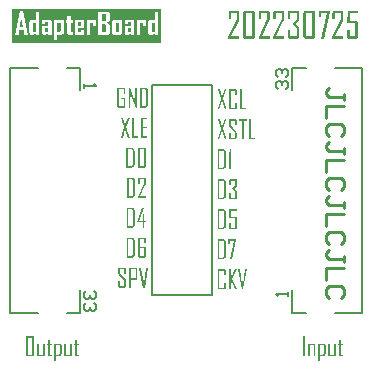
<source format=gto>
G04 EasyEDA Pro v1.9.29.eba1c1, 2023-06-16 22:45:11*
G04 Gerber Generator version 0.3*G04*
G04 #@! TF.GenerationSoftware,Altium Limited,Altium Designer,21.4.1 (30)*
G04*
G04 Layer_Color=65535*
%FSLAX25Y25*%
%MOIN*%
G70*
G04*
G04 #@! TF.SameCoordinates,70962A66-5B05-4BC0-AD96-6F7431C900D1*
G04*
G04*
G04 #@! TF.FilePolarity,Positive*
G04*
G01*
G75*
%ADD10C,0.00787*%
%ADD11C,0.00600*%
%ADD12C,0.01000*%
G36*
X171627Y165000D02*
X122000D01*
Y176546D01*
X171627D01*
Y165000D01*
D02*
G37*
G36*
X237182Y175133D02*
X234573D01*
X234477Y172379D01*
X236609D01*
X236666Y172370D01*
X236743Y172360D01*
X236819Y172332D01*
X236896Y172303D01*
X236982Y172255D01*
X237058Y172188D01*
X237068Y172179D01*
X237087Y172150D01*
X237125Y172112D01*
X237163Y172054D01*
X237192Y171987D01*
X237230Y171911D01*
X237249Y171815D01*
X237259Y171710D01*
Y167188D01*
Y167179D01*
Y167140D01*
X237249Y167083D01*
X237230Y167016D01*
X237211Y166930D01*
X237173Y166854D01*
X237125Y166768D01*
X237058Y166691D01*
X237049Y166682D01*
X237020Y166663D01*
X236982Y166634D01*
X236924Y166596D01*
X236858Y166557D01*
X236771Y166529D01*
X236666Y166510D01*
X236561Y166500D01*
X234276D01*
X234219Y166510D01*
X234152Y166529D01*
X234066Y166548D01*
X233990Y166577D01*
X233903Y166624D01*
X233827Y166691D01*
X233817Y166701D01*
X233798Y166729D01*
X233770Y166768D01*
X233731Y166825D01*
X233693Y166902D01*
X233664Y166978D01*
X233645Y167083D01*
X233636Y167188D01*
Y169530D01*
X234468D01*
Y167236D01*
X236427D01*
Y171643D01*
X233664D01*
X233770Y175869D01*
X237182D01*
Y175133D01*
D02*
G37*
G36*
X217068Y175859D02*
X217135Y175840D01*
X217212Y175821D01*
X217298Y175783D01*
X217374Y175735D01*
X217451Y175668D01*
X217460Y175659D01*
X217479Y175630D01*
X217518Y175592D01*
X217556Y175534D01*
X217584Y175467D01*
X217623Y175381D01*
X217642Y175276D01*
X217651Y175171D01*
Y172915D01*
Y172905D01*
Y172896D01*
X217642Y172838D01*
X217632Y172762D01*
X217604Y172657D01*
X217565Y172552D01*
X217498Y172427D01*
X217412Y172322D01*
X217298Y172217D01*
X216179Y171433D01*
X217307Y170649D01*
X217326Y170640D01*
X217365Y170601D01*
X217422Y170544D01*
X217489Y170467D01*
X217556Y170362D01*
X217613Y170238D01*
X217651Y170095D01*
X217671Y169932D01*
Y167188D01*
Y167179D01*
Y167140D01*
X217661Y167083D01*
X217642Y167016D01*
X217623Y166930D01*
X217584Y166854D01*
X217537Y166768D01*
X217470Y166691D01*
X217460Y166682D01*
X217432Y166663D01*
X217393Y166634D01*
X217336Y166596D01*
X217269Y166557D01*
X217183Y166529D01*
X217078Y166510D01*
X216973Y166500D01*
X214564D01*
X214506Y166510D01*
X214439Y166529D01*
X214353Y166548D01*
X214277Y166577D01*
X214191Y166624D01*
X214114Y166691D01*
X214105Y166701D01*
X214086Y166729D01*
X214057Y166768D01*
X214019Y166825D01*
X213980Y166902D01*
X213952Y166978D01*
X213933Y167083D01*
X213923Y167188D01*
Y169540D01*
X214755D01*
Y167236D01*
X216829D01*
Y170095D01*
X215175Y171337D01*
Y171519D01*
X216810Y172743D01*
Y175133D01*
X214764D01*
Y173029D01*
X213933D01*
Y175171D01*
Y175180D01*
Y175219D01*
X213942Y175276D01*
X213961Y175353D01*
X213980Y175429D01*
X214009Y175505D01*
X214057Y175592D01*
X214124Y175668D01*
X214133Y175678D01*
X214162Y175697D01*
X214200Y175735D01*
X214258Y175773D01*
X214334Y175802D01*
X214420Y175840D01*
X214516Y175859D01*
X214621Y175869D01*
X217011D01*
X217068Y175859D01*
D02*
G37*
G36*
X231762Y175859D02*
X231838Y175840D01*
X231915Y175821D01*
X231991Y175783D01*
X232078Y175735D01*
X232154Y175668D01*
X232164Y175659D01*
X232183Y175630D01*
X232221Y175592D01*
X232259Y175534D01*
X232288Y175467D01*
X232326Y175381D01*
X232345Y175276D01*
X232355Y175171D01*
Y173211D01*
Y173192D01*
Y173154D01*
X232345Y173077D01*
X232326Y172982D01*
X232297Y172857D01*
X232259Y172724D01*
X232202Y172561D01*
X232125Y172398D01*
X229640Y167236D01*
X232364D01*
Y166500D01*
X228636D01*
Y166940D01*
X231513Y172896D01*
Y175133D01*
X229601D01*
Y173020D01*
X228760D01*
Y175171D01*
Y175180D01*
Y175219D01*
X228770Y175276D01*
X228789Y175353D01*
X228808Y175429D01*
X228837Y175505D01*
X228884Y175592D01*
X228951Y175668D01*
X228961Y175678D01*
X228990Y175697D01*
X229028Y175735D01*
X229085Y175773D01*
X229162Y175802D01*
X229238Y175840D01*
X229343Y175859D01*
X229449Y175869D01*
X231705D01*
X231762Y175859D01*
D02*
G37*
G36*
X227814Y175850D02*
Y175802D01*
Y175725D01*
Y175649D01*
Y175573D01*
Y175496D01*
Y175448D01*
Y175439D01*
Y175429D01*
X225806Y166500D01*
X224984D01*
X226934Y175133D01*
X224936D01*
Y173756D01*
X224104D01*
Y175869D01*
X227814D01*
Y175850D01*
D02*
G37*
G36*
X222326Y175859D02*
X222393Y175840D01*
X222470Y175821D01*
X222556Y175783D01*
X222642Y175735D01*
X222718Y175668D01*
X222728Y175659D01*
X222747Y175630D01*
X222785Y175592D01*
X222823Y175534D01*
X222852Y175467D01*
X222890Y175381D01*
X222909Y175276D01*
X222919Y175171D01*
Y167188D01*
Y167179D01*
Y167140D01*
X222909Y167083D01*
X222890Y167016D01*
X222871Y166930D01*
X222833Y166854D01*
X222785Y166768D01*
X222718Y166691D01*
X222709Y166682D01*
X222680Y166663D01*
X222642Y166634D01*
X222584Y166596D01*
X222508Y166557D01*
X222422Y166529D01*
X222326Y166510D01*
X222221Y166500D01*
X219736D01*
X219678Y166510D01*
X219611Y166529D01*
X219525Y166548D01*
X219449Y166577D01*
X219363Y166624D01*
X219286Y166691D01*
X219277Y166701D01*
X219257Y166729D01*
X219229Y166768D01*
X219191Y166825D01*
X219152Y166902D01*
X219124Y166978D01*
X219105Y167083D01*
X219095Y167188D01*
Y175171D01*
Y175180D01*
Y175219D01*
X219105Y175276D01*
X219124Y175353D01*
X219143Y175429D01*
X219172Y175505D01*
X219219Y175592D01*
X219286Y175668D01*
X219296Y175678D01*
X219324Y175697D01*
X219363Y175735D01*
X219420Y175773D01*
X219496Y175802D01*
X219573Y175840D01*
X219678Y175859D01*
X219783Y175869D01*
X222269D01*
X222326Y175859D01*
D02*
G37*
G36*
X212030D02*
X212107Y175840D01*
X212183Y175821D01*
X212260Y175783D01*
X212346Y175735D01*
X212422Y175668D01*
X212432Y175659D01*
X212451Y175630D01*
X212489Y175592D01*
X212527Y175534D01*
X212556Y175467D01*
X212594Y175381D01*
X212613Y175276D01*
X212623Y175171D01*
Y173211D01*
Y173192D01*
Y173154D01*
X212613Y173077D01*
X212594Y172982D01*
X212565Y172857D01*
X212527Y172724D01*
X212470Y172561D01*
X212393Y172398D01*
X209908Y167236D01*
X212632D01*
Y166500D01*
X208904D01*
Y166940D01*
X211782Y172896D01*
Y175133D01*
X209870D01*
Y173020D01*
X209028D01*
Y175171D01*
Y175180D01*
Y175219D01*
X209038Y175276D01*
X209057Y175353D01*
X209076Y175429D01*
X209105Y175505D01*
X209153Y175592D01*
X209220Y175668D01*
X209229Y175678D01*
X209258Y175697D01*
X209296Y175735D01*
X209353Y175773D01*
X209430Y175802D01*
X209506Y175840D01*
X209612Y175859D01*
X209717Y175869D01*
X211973D01*
X212030Y175859D01*
D02*
G37*
G36*
X207241D02*
X207317Y175840D01*
X207394Y175821D01*
X207470Y175783D01*
X207556Y175735D01*
X207633Y175668D01*
X207642Y175659D01*
X207661Y175630D01*
X207699Y175592D01*
X207738Y175534D01*
X207766Y175467D01*
X207805Y175381D01*
X207824Y175276D01*
X207833Y175171D01*
Y173211D01*
Y173192D01*
Y173154D01*
X207824Y173077D01*
X207805Y172982D01*
X207776Y172857D01*
X207738Y172724D01*
X207680Y172561D01*
X207604Y172398D01*
X205118Y167236D01*
X207843D01*
Y166500D01*
X204115D01*
Y166940D01*
X206992Y172896D01*
Y175133D01*
X205080D01*
Y173020D01*
X204239D01*
Y175171D01*
Y175180D01*
Y175219D01*
X204248Y175276D01*
X204267Y175353D01*
X204287Y175429D01*
X204315Y175505D01*
X204363Y175592D01*
X204430Y175668D01*
X204439Y175678D01*
X204468Y175697D01*
X204506Y175735D01*
X204564Y175773D01*
X204640Y175802D01*
X204717Y175840D01*
X204822Y175859D01*
X204927Y175869D01*
X207183D01*
X207241Y175859D01*
D02*
G37*
G36*
X202250D02*
X202317Y175840D01*
X202394Y175821D01*
X202480Y175783D01*
X202566Y175735D01*
X202642Y175668D01*
X202652Y175659D01*
X202671Y175630D01*
X202709Y175592D01*
X202747Y175534D01*
X202776Y175467D01*
X202814Y175381D01*
X202833Y175276D01*
X202843Y175171D01*
Y167188D01*
Y167179D01*
Y167140D01*
X202833Y167083D01*
X202814Y167016D01*
X202795Y166930D01*
X202757Y166854D01*
X202709Y166768D01*
X202642Y166691D01*
X202633Y166682D01*
X202604Y166663D01*
X202566Y166634D01*
X202508Y166596D01*
X202432Y166557D01*
X202346Y166529D01*
X202250Y166510D01*
X202145Y166500D01*
X199660D01*
X199602Y166510D01*
X199535Y166529D01*
X199449Y166548D01*
X199373Y166577D01*
X199287Y166624D01*
X199210Y166691D01*
X199201Y166701D01*
X199181Y166729D01*
X199153Y166768D01*
X199115Y166825D01*
X199076Y166902D01*
X199048Y166978D01*
X199029Y167083D01*
X199019Y167188D01*
Y175171D01*
Y175180D01*
Y175219D01*
X199029Y175276D01*
X199048Y175353D01*
X199067Y175429D01*
X199095Y175505D01*
X199143Y175592D01*
X199210Y175668D01*
X199220Y175678D01*
X199248Y175697D01*
X199287Y175735D01*
X199344Y175773D01*
X199420Y175802D01*
X199497Y175840D01*
X199602Y175859D01*
X199707Y175869D01*
X202193D01*
X202250Y175859D01*
D02*
G37*
G36*
X197126D02*
X197203Y175840D01*
X197279Y175821D01*
X197356Y175783D01*
X197442Y175735D01*
X197518Y175668D01*
X197528Y175659D01*
X197547Y175630D01*
X197585Y175592D01*
X197623Y175534D01*
X197652Y175467D01*
X197690Y175381D01*
X197709Y175276D01*
X197719Y175171D01*
Y173211D01*
Y173192D01*
Y173154D01*
X197709Y173077D01*
X197690Y172982D01*
X197661Y172857D01*
X197623Y172724D01*
X197566Y172561D01*
X197489Y172398D01*
X195004Y167236D01*
X197728D01*
Y166500D01*
X194000D01*
Y166940D01*
X196878Y172896D01*
Y175133D01*
X194966D01*
Y173020D01*
X194124D01*
Y175171D01*
Y175180D01*
Y175219D01*
X194134Y175276D01*
X194153Y175353D01*
X194172Y175429D01*
X194201Y175505D01*
X194249Y175592D01*
X194316Y175668D01*
X194325Y175678D01*
X194354Y175697D01*
X194392Y175735D01*
X194449Y175773D01*
X194526Y175802D01*
X194602Y175840D01*
X194707Y175859D01*
X194813Y175869D01*
X197069D01*
X197126Y175859D01*
D02*
G37*
G36*
X138020Y64857D02*
X138104Y64837D01*
X138201Y64802D01*
X138242Y64774D01*
X138291Y64739D01*
X138333Y64698D01*
X138374Y64649D01*
X138402Y64594D01*
X138430Y64524D01*
X138444Y64448D01*
X138451Y64358D01*
Y61512D01*
Y61505D01*
Y61498D01*
Y61478D01*
X138444Y61450D01*
X138437Y61374D01*
X138416Y61283D01*
X138388Y61179D01*
X138340Y61068D01*
X138277Y60964D01*
X138187Y60860D01*
X138173Y60846D01*
X138138Y60818D01*
X138083Y60777D01*
X138014Y60735D01*
X137916Y60686D01*
X137812Y60645D01*
X137687Y60617D01*
X137548Y60603D01*
X136598D01*
Y59000D01*
X136022D01*
Y64837D01*
X136598D01*
Y64712D01*
X136612D01*
X136653Y64719D01*
X136723Y64732D01*
X136806Y64739D01*
X136910Y64753D01*
X137021Y64767D01*
X137146Y64788D01*
X137271Y64802D01*
X137292D01*
X137312Y64809D01*
X137340D01*
X137417Y64823D01*
X137514Y64837D01*
X137625Y64843D01*
X137736Y64857D01*
X137847Y64864D01*
X137993D01*
X138020Y64857D01*
D02*
G37*
G36*
X141803Y60603D02*
X141234D01*
Y60721D01*
X141220D01*
X141199Y60714D01*
X141178D01*
X141109Y60700D01*
X141018Y60693D01*
X140921Y60680D01*
X140803Y60659D01*
X140678Y60645D01*
X140553Y60624D01*
X140533D01*
X140512Y60617D01*
X140484D01*
X140415Y60610D01*
X140317Y60603D01*
X140213Y60589D01*
X140102Y60582D01*
X139984Y60575D01*
X139859D01*
X139832Y60582D01*
X139804D01*
X139721Y60603D01*
X139630Y60638D01*
X139582Y60666D01*
X139540Y60700D01*
X139499Y60742D01*
X139457Y60790D01*
X139429Y60846D01*
X139401Y60915D01*
X139388Y60992D01*
X139381Y61075D01*
Y64837D01*
X139950D01*
Y61117D01*
X141234Y61158D01*
Y64837D01*
X141803D01*
Y60603D01*
D02*
G37*
G36*
X132815D02*
X132246D01*
Y60721D01*
X132232D01*
X132212Y60714D01*
X132191D01*
X132121Y60700D01*
X132031Y60693D01*
X131934Y60680D01*
X131816Y60659D01*
X131691Y60645D01*
X131566Y60624D01*
X131545D01*
X131525Y60617D01*
X131497D01*
X131427Y60610D01*
X131330Y60603D01*
X131226Y60589D01*
X131115Y60582D01*
X130997Y60575D01*
X130872D01*
X130844Y60582D01*
X130817D01*
X130733Y60603D01*
X130643Y60638D01*
X130595Y60666D01*
X130553Y60700D01*
X130511Y60742D01*
X130470Y60790D01*
X130442Y60846D01*
X130414Y60915D01*
X130400Y60992D01*
X130393Y61075D01*
Y64837D01*
X130962D01*
Y61117D01*
X132246Y61158D01*
Y64837D01*
X132815D01*
Y60603D01*
D02*
G37*
G36*
X143531Y64837D02*
X144273D01*
Y64330D01*
X143531D01*
Y61110D01*
X144273D01*
Y60603D01*
X143440D01*
X143413Y60610D01*
X143385D01*
X143302Y60631D01*
X143211Y60666D01*
X143163Y60693D01*
X143121Y60728D01*
X143080Y60763D01*
X143038Y60811D01*
X143010Y60874D01*
X142982Y60936D01*
X142969Y61013D01*
X142962Y61103D01*
Y64330D01*
X142455D01*
Y64837D01*
X142962D01*
Y66155D01*
X143531D01*
Y64837D01*
D02*
G37*
G36*
X134544D02*
X135286D01*
Y64330D01*
X134544D01*
Y61110D01*
X135286D01*
Y60603D01*
X134453D01*
X134425Y60610D01*
X134398D01*
X134314Y60631D01*
X134224Y60666D01*
X134176Y60693D01*
X134134Y60728D01*
X134092Y60763D01*
X134051Y60811D01*
X134023Y60874D01*
X133995Y60936D01*
X133981Y61013D01*
X133974Y61103D01*
Y64330D01*
X133468D01*
Y64837D01*
X133974D01*
Y66155D01*
X134544D01*
Y64837D01*
D02*
G37*
G36*
X128943Y67397D02*
X128998Y67383D01*
X129054Y67370D01*
X129109Y67342D01*
X129172Y67307D01*
X129227Y67259D01*
X129234Y67252D01*
X129248Y67231D01*
X129276Y67203D01*
X129304Y67161D01*
X129325Y67113D01*
X129352Y67050D01*
X129366Y66974D01*
X129373Y66898D01*
Y61103D01*
Y61096D01*
Y61068D01*
X129366Y61027D01*
X129352Y60978D01*
X129339Y60915D01*
X129311Y60860D01*
X129276Y60798D01*
X129227Y60742D01*
X129220Y60735D01*
X129200Y60721D01*
X129172Y60700D01*
X129130Y60672D01*
X129082Y60645D01*
X129019Y60624D01*
X128943Y60610D01*
X128867Y60603D01*
X126965D01*
X126923Y60610D01*
X126875Y60624D01*
X126812Y60638D01*
X126757Y60659D01*
X126694Y60693D01*
X126639Y60742D01*
X126632Y60749D01*
X126618Y60770D01*
X126597Y60798D01*
X126569Y60839D01*
X126542Y60895D01*
X126521Y60950D01*
X126507Y61027D01*
X126500Y61103D01*
Y66898D01*
Y66905D01*
Y66932D01*
X126507Y66974D01*
X126521Y67030D01*
X126535Y67085D01*
X126556Y67141D01*
X126590Y67203D01*
X126639Y67259D01*
X126646Y67265D01*
X126667Y67279D01*
X126694Y67307D01*
X126736Y67335D01*
X126792Y67356D01*
X126847Y67383D01*
X126923Y67397D01*
X127000Y67404D01*
X128901D01*
X128943Y67397D01*
D02*
G37*
G36*
X226037Y64857D02*
X226120Y64837D01*
X226218Y64802D01*
X226259Y64774D01*
X226308Y64739D01*
X226349Y64698D01*
X226391Y64649D01*
X226419Y64594D01*
X226447Y64524D01*
X226461Y64448D01*
X226467Y64358D01*
Y61512D01*
Y61505D01*
Y61498D01*
Y61478D01*
X226461Y61450D01*
X226454Y61374D01*
X226433Y61283D01*
X226405Y61179D01*
X226356Y61068D01*
X226294Y60964D01*
X226204Y60860D01*
X226190Y60846D01*
X226155Y60818D01*
X226100Y60777D01*
X226030Y60735D01*
X225933Y60686D01*
X225829Y60645D01*
X225704Y60617D01*
X225565Y60603D01*
X224615D01*
Y59000D01*
X224038D01*
Y64837D01*
X224615D01*
Y64712D01*
X224628D01*
X224670Y64719D01*
X224739Y64732D01*
X224823Y64739D01*
X224927Y64753D01*
X225038Y64767D01*
X225163Y64788D01*
X225288Y64802D01*
X225308D01*
X225329Y64809D01*
X225357D01*
X225433Y64823D01*
X225531Y64837D01*
X225642Y64843D01*
X225753Y64857D01*
X225864Y64864D01*
X226009D01*
X226037Y64857D01*
D02*
G37*
G36*
X222692D02*
X222768Y64837D01*
X222859Y64802D01*
X222907Y64774D01*
X222949Y64739D01*
X222990Y64698D01*
X223025Y64649D01*
X223060Y64594D01*
X223081Y64524D01*
X223095Y64448D01*
X223101Y64358D01*
Y60603D01*
X222526D01*
Y64323D01*
X221249Y64274D01*
Y60603D01*
X220672D01*
Y64837D01*
X221249D01*
Y64712D01*
X221262D01*
X221304Y64719D01*
X221374Y64732D01*
X221457Y64739D01*
X221561Y64760D01*
X221679Y64774D01*
X221797Y64788D01*
X221929Y64809D01*
X221950D01*
X221970Y64816D01*
X221998D01*
X222074Y64830D01*
X222172Y64837D01*
X222283Y64850D01*
X222394Y64857D01*
X222512Y64864D01*
X222657D01*
X222692Y64857D01*
D02*
G37*
G36*
X229819Y60603D02*
X229250D01*
Y60721D01*
X229237D01*
X229216Y60714D01*
X229195D01*
X229125Y60700D01*
X229035Y60693D01*
X228938Y60680D01*
X228820Y60659D01*
X228695Y60645D01*
X228570Y60624D01*
X228549D01*
X228529Y60617D01*
X228501D01*
X228432Y60610D01*
X228334Y60603D01*
X228230Y60589D01*
X228119Y60582D01*
X228001Y60575D01*
X227876D01*
X227849Y60582D01*
X227821D01*
X227737Y60603D01*
X227647Y60638D01*
X227599Y60666D01*
X227557Y60700D01*
X227515Y60742D01*
X227474Y60790D01*
X227446Y60846D01*
X227418Y60915D01*
X227404Y60992D01*
X227397Y61075D01*
Y64837D01*
X227966D01*
Y61117D01*
X229250Y61158D01*
Y64837D01*
X229819D01*
Y60603D01*
D02*
G37*
G36*
X231547Y64837D02*
X232290D01*
Y64330D01*
X231547D01*
Y61110D01*
X232290D01*
Y60603D01*
X231457D01*
X231430Y60610D01*
X231402D01*
X231318Y60631D01*
X231228Y60666D01*
X231180Y60693D01*
X231138Y60728D01*
X231096Y60763D01*
X231055Y60811D01*
X231027Y60874D01*
X230999Y60936D01*
X230985Y61013D01*
X230978Y61103D01*
Y64330D01*
X230472D01*
Y64837D01*
X230978D01*
Y66155D01*
X231547D01*
Y64837D01*
D02*
G37*
G36*
X219604Y60603D02*
X219000D01*
Y67404D01*
X219604D01*
Y60603D01*
D02*
G37*
G36*
X192761Y89707D02*
X192808Y89693D01*
X192863Y89680D01*
X192925Y89652D01*
X192986Y89618D01*
X193041Y89570D01*
X193048Y89564D01*
X193061Y89543D01*
X193089Y89516D01*
X193116Y89475D01*
X193136Y89427D01*
X193164Y89366D01*
X193177Y89290D01*
X193184Y89215D01*
Y87678D01*
X192583D01*
Y89188D01*
X191094D01*
Y83546D01*
X192583D01*
Y85192D01*
X193184D01*
Y83512D01*
Y83505D01*
Y83478D01*
X193177Y83437D01*
X193164Y83389D01*
X193150Y83328D01*
X193123Y83273D01*
X193089Y83212D01*
X193041Y83157D01*
X193034Y83150D01*
X193013Y83137D01*
X192986Y83116D01*
X192945Y83089D01*
X192891Y83061D01*
X192829Y83041D01*
X192761Y83027D01*
X192686Y83021D01*
X190958D01*
X190917Y83027D01*
X190869Y83041D01*
X190807Y83055D01*
X190753Y83075D01*
X190691Y83109D01*
X190637Y83157D01*
X190630Y83164D01*
X190616Y83184D01*
X190596Y83212D01*
X190568Y83253D01*
X190541Y83307D01*
X190521Y83362D01*
X190507Y83437D01*
X190500Y83512D01*
Y89215D01*
Y89222D01*
Y89249D01*
X190507Y89290D01*
X190521Y89345D01*
X190534Y89400D01*
X190555Y89454D01*
X190589Y89516D01*
X190637Y89570D01*
X190643Y89577D01*
X190664Y89591D01*
X190691Y89618D01*
X190732Y89646D01*
X190787Y89666D01*
X190841Y89693D01*
X190917Y89707D01*
X190992Y89714D01*
X192720D01*
X192761Y89707D01*
D02*
G37*
G36*
X196866Y89673D02*
X195349Y86483D01*
X197016Y83021D01*
X196360D01*
X194817Y86231D01*
Y83021D01*
X194222D01*
Y89714D01*
X194817D01*
Y86702D01*
X196217Y89714D01*
X196866D01*
Y89673D01*
D02*
G37*
G36*
X199051Y83000D02*
X198491D01*
X197330Y89714D01*
X197917D01*
X198751Y84373D01*
Y84366D01*
Y84352D01*
Y84318D01*
X198758Y84270D01*
Y84236D01*
Y84188D01*
X198764Y84141D01*
Y84086D01*
X198771Y84018D01*
Y83970D01*
X198778Y84004D01*
Y84052D01*
X198785Y84113D01*
X198792Y84182D01*
X198799Y84270D01*
X198805Y84373D01*
X199638Y89714D01*
X200212D01*
X199051Y83000D01*
D02*
G37*
G36*
X196729Y99680D02*
Y99646D01*
Y99591D01*
Y99536D01*
Y99482D01*
Y99427D01*
Y99393D01*
Y99386D01*
Y99379D01*
X195295Y93000D01*
X194707D01*
X196101Y99168D01*
X194673D01*
Y98184D01*
X194079D01*
Y99693D01*
X196729D01*
Y99680D01*
D02*
G37*
G36*
X192119Y99687D02*
X192166D01*
X192214Y99673D01*
X192337Y99652D01*
X192481Y99611D01*
X192624Y99550D01*
X192699Y99509D01*
X192774Y99468D01*
X192843Y99413D01*
X192911Y99352D01*
X192918Y99345D01*
X192925Y99338D01*
X192945Y99318D01*
X192966Y99290D01*
X192993Y99256D01*
X193020Y99215D01*
X193089Y99113D01*
X193150Y98990D01*
X193205Y98840D01*
X193246Y98669D01*
X193253Y98573D01*
X193259Y98478D01*
Y94209D01*
Y94202D01*
Y94188D01*
Y94161D01*
X193253Y94120D01*
X193246Y94072D01*
X193239Y94024D01*
X193218Y93902D01*
X193170Y93765D01*
X193109Y93615D01*
X193068Y93540D01*
X193020Y93471D01*
X192966Y93403D01*
X192904Y93335D01*
X192897Y93328D01*
X192891Y93321D01*
X192870Y93307D01*
X192843Y93280D01*
X192808Y93260D01*
X192768Y93232D01*
X192665Y93171D01*
X192535Y93109D01*
X192392Y93055D01*
X192221Y93014D01*
X192125Y93007D01*
X192030Y93000D01*
X190500D01*
Y99693D01*
X192085D01*
X192119Y99687D01*
D02*
G37*
G36*
X196825Y109168D02*
X194960D01*
X194892Y107201D01*
X196415D01*
X196456Y107194D01*
X196510Y107187D01*
X196565Y107166D01*
X196620Y107146D01*
X196681Y107112D01*
X196736Y107064D01*
X196743Y107057D01*
X196756Y107036D01*
X196784Y107009D01*
X196811Y106968D01*
X196831Y106920D01*
X196859Y106866D01*
X196872Y106798D01*
X196879Y106722D01*
Y103492D01*
Y103485D01*
Y103458D01*
X196872Y103417D01*
X196859Y103369D01*
X196845Y103307D01*
X196818Y103253D01*
X196784Y103191D01*
X196736Y103137D01*
X196729Y103130D01*
X196709Y103116D01*
X196681Y103096D01*
X196640Y103068D01*
X196592Y103041D01*
X196531Y103021D01*
X196456Y103007D01*
X196381Y103000D01*
X194748D01*
X194707Y103007D01*
X194659Y103021D01*
X194598Y103034D01*
X194543Y103055D01*
X194482Y103089D01*
X194427Y103137D01*
X194420Y103143D01*
X194407Y103164D01*
X194386Y103191D01*
X194359Y103232D01*
X194332Y103287D01*
X194311Y103341D01*
X194298Y103417D01*
X194291Y103492D01*
Y105165D01*
X194885D01*
Y103526D01*
X196285D01*
Y106675D01*
X194311D01*
X194386Y109693D01*
X196825D01*
Y109168D01*
D02*
G37*
G36*
X192119Y109687D02*
X192166D01*
X192214Y109673D01*
X192337Y109652D01*
X192481Y109611D01*
X192624Y109550D01*
X192699Y109509D01*
X192774Y109468D01*
X192843Y109413D01*
X192911Y109352D01*
X192918Y109345D01*
X192925Y109338D01*
X192945Y109318D01*
X192966Y109290D01*
X192993Y109256D01*
X193020Y109215D01*
X193089Y109113D01*
X193150Y108990D01*
X193205Y108840D01*
X193246Y108669D01*
X193253Y108573D01*
X193259Y108478D01*
Y104209D01*
Y104202D01*
Y104188D01*
Y104161D01*
X193253Y104120D01*
X193246Y104072D01*
X193239Y104025D01*
X193218Y103902D01*
X193170Y103765D01*
X193109Y103615D01*
X193068Y103540D01*
X193020Y103471D01*
X192966Y103403D01*
X192904Y103335D01*
X192897Y103328D01*
X192891Y103321D01*
X192870Y103307D01*
X192843Y103280D01*
X192808Y103260D01*
X192768Y103232D01*
X192665Y103171D01*
X192535Y103109D01*
X192392Y103055D01*
X192221Y103014D01*
X192125Y103007D01*
X192030Y103000D01*
X190500D01*
Y109693D01*
X192085D01*
X192119Y109687D01*
D02*
G37*
G36*
X196551Y119687D02*
X196599Y119673D01*
X196654Y119659D01*
X196715Y119632D01*
X196770Y119598D01*
X196825Y119550D01*
X196831Y119543D01*
X196845Y119523D01*
X196872Y119495D01*
X196900Y119454D01*
X196920Y119406D01*
X196948Y119345D01*
X196961Y119270D01*
X196968Y119195D01*
Y117583D01*
Y117576D01*
Y117569D01*
X196961Y117528D01*
X196954Y117474D01*
X196934Y117399D01*
X196906Y117323D01*
X196859Y117235D01*
X196797Y117159D01*
X196715Y117084D01*
X195916Y116524D01*
X196722Y115964D01*
X196736Y115957D01*
X196763Y115930D01*
X196804Y115889D01*
X196852Y115834D01*
X196900Y115759D01*
X196941Y115671D01*
X196968Y115568D01*
X196982Y115452D01*
Y113492D01*
Y113485D01*
Y113458D01*
X196975Y113417D01*
X196961Y113369D01*
X196948Y113307D01*
X196920Y113253D01*
X196886Y113191D01*
X196838Y113137D01*
X196831Y113130D01*
X196811Y113116D01*
X196784Y113096D01*
X196743Y113068D01*
X196695Y113041D01*
X196633Y113021D01*
X196558Y113007D01*
X196483Y113000D01*
X194762D01*
X194721Y113007D01*
X194673Y113021D01*
X194612Y113034D01*
X194557Y113055D01*
X194496Y113089D01*
X194441Y113137D01*
X194434Y113143D01*
X194420Y113164D01*
X194400Y113191D01*
X194373Y113232D01*
X194345Y113287D01*
X194325Y113341D01*
X194311Y113417D01*
X194304Y113492D01*
Y115172D01*
X194898D01*
Y113526D01*
X196381D01*
Y115568D01*
X195199Y116456D01*
Y116586D01*
X196367Y117460D01*
Y119167D01*
X194905D01*
Y117665D01*
X194311D01*
Y119195D01*
Y119202D01*
Y119229D01*
X194318Y119270D01*
X194332Y119325D01*
X194345Y119379D01*
X194366Y119434D01*
X194400Y119495D01*
X194448Y119550D01*
X194455Y119557D01*
X194475Y119571D01*
X194502Y119598D01*
X194543Y119625D01*
X194598Y119646D01*
X194659Y119673D01*
X194728Y119687D01*
X194803Y119693D01*
X196510D01*
X196551Y119687D01*
D02*
G37*
G36*
X192119D02*
X192166D01*
X192214Y119673D01*
X192337Y119652D01*
X192481Y119611D01*
X192624Y119550D01*
X192699Y119509D01*
X192774Y119468D01*
X192843Y119413D01*
X192911Y119352D01*
X192918Y119345D01*
X192925Y119338D01*
X192945Y119318D01*
X192966Y119290D01*
X192993Y119256D01*
X193020Y119215D01*
X193089Y119113D01*
X193150Y118990D01*
X193205Y118840D01*
X193246Y118669D01*
X193253Y118573D01*
X193259Y118478D01*
Y114209D01*
Y114202D01*
Y114188D01*
Y114161D01*
X193253Y114120D01*
X193246Y114072D01*
X193239Y114024D01*
X193218Y113902D01*
X193170Y113765D01*
X193109Y113615D01*
X193068Y113540D01*
X193020Y113471D01*
X192966Y113403D01*
X192904Y113335D01*
X192897Y113328D01*
X192891Y113321D01*
X192870Y113307D01*
X192843Y113280D01*
X192808Y113259D01*
X192768Y113232D01*
X192665Y113171D01*
X192535Y113109D01*
X192392Y113055D01*
X192221Y113014D01*
X192125Y113007D01*
X192030Y113000D01*
X190500D01*
Y119693D01*
X192085D01*
X192119Y119687D01*
D02*
G37*
G36*
X194974Y123000D02*
X194373D01*
Y127644D01*
X194113D01*
Y127665D01*
X194489Y129693D01*
X194974D01*
Y123000D01*
D02*
G37*
G36*
X192119Y129687D02*
X192166D01*
X192214Y129673D01*
X192337Y129652D01*
X192481Y129611D01*
X192624Y129550D01*
X192699Y129509D01*
X192774Y129468D01*
X192843Y129413D01*
X192911Y129352D01*
X192918Y129345D01*
X192925Y129338D01*
X192945Y129318D01*
X192966Y129290D01*
X192993Y129256D01*
X193020Y129215D01*
X193089Y129113D01*
X193150Y128990D01*
X193205Y128840D01*
X193246Y128669D01*
X193253Y128573D01*
X193259Y128478D01*
Y124209D01*
Y124202D01*
Y124188D01*
Y124161D01*
X193253Y124120D01*
X193246Y124072D01*
X193239Y124024D01*
X193218Y123902D01*
X193170Y123765D01*
X193109Y123615D01*
X193068Y123540D01*
X193020Y123471D01*
X192966Y123403D01*
X192904Y123335D01*
X192897Y123328D01*
X192891Y123321D01*
X192870Y123307D01*
X192843Y123280D01*
X192808Y123259D01*
X192768Y123232D01*
X192665Y123171D01*
X192535Y123109D01*
X192392Y123055D01*
X192221Y123014D01*
X192125Y123007D01*
X192030Y123000D01*
X190500D01*
Y129693D01*
X192085D01*
X192119Y129687D01*
D02*
G37*
G36*
X196401Y139687D02*
X196456Y139673D01*
X196510Y139659D01*
X196565Y139632D01*
X196626Y139598D01*
X196681Y139550D01*
X196688Y139543D01*
X196702Y139523D01*
X196729Y139495D01*
X196756Y139454D01*
X196777Y139407D01*
X196804Y139345D01*
X196818Y139270D01*
X196825Y139195D01*
Y137665D01*
X196230D01*
Y139167D01*
X194782D01*
Y137754D01*
X196640Y135520D01*
X196647Y135513D01*
X196668Y135479D01*
X196702Y135432D01*
X196736Y135377D01*
X196763Y135302D01*
X196797Y135213D01*
X196818Y135124D01*
X196825Y135022D01*
Y133492D01*
Y133485D01*
Y133458D01*
X196818Y133417D01*
X196804Y133369D01*
X196790Y133307D01*
X196763Y133253D01*
X196729Y133191D01*
X196681Y133137D01*
X196674Y133130D01*
X196654Y133116D01*
X196626Y133096D01*
X196586Y133068D01*
X196538Y133041D01*
X196476Y133020D01*
X196401Y133007D01*
X196326Y133000D01*
X194646D01*
X194605Y133007D01*
X194557Y133020D01*
X194496Y133034D01*
X194441Y133055D01*
X194379Y133089D01*
X194325Y133137D01*
X194318Y133143D01*
X194304Y133164D01*
X194284Y133191D01*
X194256Y133232D01*
X194229Y133287D01*
X194209Y133342D01*
X194195Y133417D01*
X194188Y133492D01*
Y135172D01*
X194782D01*
Y133526D01*
X196230D01*
Y135117D01*
X194379Y137351D01*
X194373Y137364D01*
X194352Y137392D01*
X194318Y137440D01*
X194284Y137501D01*
X194250Y137576D01*
X194216Y137665D01*
X194195Y137760D01*
X194188Y137863D01*
Y139195D01*
Y139202D01*
Y139229D01*
X194195Y139270D01*
X194209Y139325D01*
X194222Y139379D01*
X194243Y139434D01*
X194277Y139495D01*
X194325Y139550D01*
X194332Y139557D01*
X194352Y139570D01*
X194379Y139598D01*
X194420Y139625D01*
X194475Y139646D01*
X194530Y139673D01*
X194605Y139687D01*
X194680Y139693D01*
X196360D01*
X196401Y139687D01*
D02*
G37*
G36*
X193430D02*
Y139673D01*
Y139659D01*
Y139652D01*
X192317Y136456D01*
X192324Y136449D01*
X192330Y136415D01*
X192344Y136374D01*
X192371Y136306D01*
X192392Y136231D01*
X192426Y136142D01*
X192460Y136032D01*
X192501Y135916D01*
X192549Y135793D01*
X192590Y135657D01*
X192645Y135513D01*
X192692Y135363D01*
X192802Y135056D01*
X192911Y134735D01*
X193020Y134414D01*
X193130Y134100D01*
X193177Y133949D01*
X193225Y133806D01*
X193273Y133669D01*
X193314Y133546D01*
X193355Y133430D01*
X193389Y133321D01*
X193423Y133232D01*
X193451Y133150D01*
X193471Y133089D01*
X193485Y133041D01*
X193498Y133014D01*
Y133000D01*
X192884D01*
X191989Y135746D01*
X191094Y133000D01*
X190500D01*
Y133007D01*
Y133014D01*
Y133027D01*
Y133034D01*
X191695Y136422D01*
Y136429D01*
X191682Y136456D01*
X191668Y136504D01*
X191647Y136558D01*
X191620Y136634D01*
X191593Y136722D01*
X191559Y136818D01*
X191518Y136927D01*
X191477Y137050D01*
X191436Y137180D01*
X191388Y137310D01*
X191340Y137453D01*
X191238Y137747D01*
X191128Y138047D01*
X191026Y138355D01*
X190924Y138648D01*
X190876Y138792D01*
X190828Y138928D01*
X190780Y139051D01*
X190739Y139174D01*
X190705Y139284D01*
X190671Y139386D01*
X190643Y139475D01*
X190616Y139550D01*
X190596Y139605D01*
X190582Y139652D01*
X190568Y139680D01*
Y139693D01*
X191190D01*
X191996Y137153D01*
X192836Y139693D01*
X193430D01*
Y139687D01*
D02*
G37*
G36*
X201469Y133526D02*
X203013D01*
Y133000D01*
X200875D01*
Y139693D01*
X201469D01*
Y133526D01*
D02*
G37*
G36*
X200178Y139167D02*
X199140D01*
Y133000D01*
X198546D01*
Y139167D01*
X197501D01*
Y139693D01*
X200178D01*
Y139167D01*
D02*
G37*
G36*
X196469Y149687D02*
X196517Y149673D01*
X196572Y149659D01*
X196633Y149632D01*
X196695Y149598D01*
X196749Y149550D01*
X196756Y149543D01*
X196770Y149523D01*
X196797Y149495D01*
X196825Y149454D01*
X196845Y149407D01*
X196872Y149345D01*
X196886Y149270D01*
X196893Y149195D01*
Y147658D01*
X196292D01*
Y149168D01*
X194803D01*
Y143526D01*
X196292D01*
Y145172D01*
X196893D01*
Y143492D01*
Y143485D01*
Y143458D01*
X196886Y143417D01*
X196872Y143369D01*
X196859Y143307D01*
X196831Y143253D01*
X196797Y143191D01*
X196749Y143137D01*
X196743Y143130D01*
X196722Y143116D01*
X196695Y143096D01*
X196654Y143068D01*
X196599Y143041D01*
X196538Y143020D01*
X196469Y143007D01*
X196394Y143000D01*
X194666D01*
X194625Y143007D01*
X194578Y143020D01*
X194516Y143034D01*
X194461Y143055D01*
X194400Y143089D01*
X194345Y143137D01*
X194339Y143143D01*
X194325Y143164D01*
X194304Y143191D01*
X194277Y143232D01*
X194250Y143287D01*
X194229Y143342D01*
X194216Y143417D01*
X194209Y143492D01*
Y149195D01*
Y149202D01*
Y149229D01*
X194216Y149270D01*
X194229Y149325D01*
X194243Y149379D01*
X194263Y149434D01*
X194298Y149495D01*
X194345Y149550D01*
X194352Y149557D01*
X194373Y149571D01*
X194400Y149598D01*
X194441Y149625D01*
X194496Y149646D01*
X194550Y149673D01*
X194625Y149687D01*
X194701Y149693D01*
X196428D01*
X196469Y149687D01*
D02*
G37*
G36*
X193430D02*
Y149673D01*
Y149659D01*
Y149652D01*
X192317Y146456D01*
X192324Y146449D01*
X192330Y146415D01*
X192344Y146374D01*
X192371Y146306D01*
X192392Y146231D01*
X192426Y146142D01*
X192460Y146033D01*
X192501Y145916D01*
X192549Y145793D01*
X192590Y145657D01*
X192645Y145513D01*
X192692Y145363D01*
X192802Y145056D01*
X192911Y144735D01*
X193020Y144414D01*
X193130Y144100D01*
X193177Y143949D01*
X193225Y143806D01*
X193273Y143669D01*
X193314Y143546D01*
X193355Y143430D01*
X193389Y143321D01*
X193423Y143232D01*
X193451Y143150D01*
X193471Y143089D01*
X193485Y143041D01*
X193498Y143014D01*
Y143000D01*
X192884D01*
X191989Y145746D01*
X191094Y143000D01*
X190500D01*
Y143007D01*
Y143014D01*
Y143027D01*
Y143034D01*
X191695Y146422D01*
Y146429D01*
X191682Y146456D01*
X191668Y146504D01*
X191647Y146558D01*
X191620Y146634D01*
X191593Y146722D01*
X191559Y146818D01*
X191518Y146927D01*
X191477Y147050D01*
X191436Y147180D01*
X191388Y147310D01*
X191340Y147453D01*
X191238Y147747D01*
X191128Y148047D01*
X191026Y148355D01*
X190924Y148648D01*
X190876Y148792D01*
X190828Y148928D01*
X190780Y149051D01*
X190739Y149174D01*
X190705Y149284D01*
X190671Y149386D01*
X190643Y149475D01*
X190616Y149550D01*
X190596Y149605D01*
X190582Y149652D01*
X190568Y149680D01*
Y149693D01*
X191190D01*
X191996Y147153D01*
X192836Y149693D01*
X193430D01*
Y149687D01*
D02*
G37*
G36*
X198525Y143526D02*
X200069D01*
Y143000D01*
X197931D01*
Y149693D01*
X198525D01*
Y143526D01*
D02*
G37*
G36*
X159590Y90207D02*
X159644Y90193D01*
X159699Y90180D01*
X159754Y90152D01*
X159815Y90118D01*
X159870Y90070D01*
X159877Y90064D01*
X159890Y90043D01*
X159917Y90016D01*
X159945Y89975D01*
X159965Y89927D01*
X159993Y89866D01*
X160006Y89790D01*
X160013Y89715D01*
Y88185D01*
X159419D01*
Y89688D01*
X157971D01*
Y88274D01*
X159829Y86041D01*
X159836Y86034D01*
X159856Y86000D01*
X159890Y85952D01*
X159924Y85897D01*
X159952Y85822D01*
X159986Y85733D01*
X160006Y85645D01*
X160013Y85542D01*
Y84012D01*
Y84005D01*
Y83978D01*
X160006Y83937D01*
X159993Y83889D01*
X159979Y83828D01*
X159952Y83773D01*
X159917Y83712D01*
X159870Y83657D01*
X159863Y83650D01*
X159842Y83637D01*
X159815Y83616D01*
X159774Y83589D01*
X159726Y83561D01*
X159665Y83541D01*
X159590Y83527D01*
X159514Y83521D01*
X157834D01*
X157793Y83527D01*
X157746Y83541D01*
X157684Y83555D01*
X157629Y83575D01*
X157568Y83609D01*
X157513Y83657D01*
X157507Y83664D01*
X157493Y83684D01*
X157472Y83712D01*
X157445Y83753D01*
X157418Y83807D01*
X157397Y83862D01*
X157384Y83937D01*
X157377Y84012D01*
Y85692D01*
X157971D01*
Y84046D01*
X159419D01*
Y85638D01*
X157568Y87871D01*
X157561Y87885D01*
X157541Y87912D01*
X157507Y87960D01*
X157472Y88021D01*
X157438Y88097D01*
X157404Y88185D01*
X157384Y88281D01*
X157377Y88384D01*
Y89715D01*
Y89722D01*
Y89749D01*
X157384Y89790D01*
X157397Y89845D01*
X157411Y89900D01*
X157431Y89954D01*
X157466Y90016D01*
X157513Y90070D01*
X157520Y90077D01*
X157541Y90091D01*
X157568Y90118D01*
X157609Y90146D01*
X157664Y90166D01*
X157718Y90193D01*
X157793Y90207D01*
X157869Y90214D01*
X159549D01*
X159590Y90207D01*
D02*
G37*
G36*
X166105Y83500D02*
X165545D01*
X164384Y90214D01*
X164972D01*
X165805Y84873D01*
Y84866D01*
Y84852D01*
Y84818D01*
X165812Y84770D01*
Y84736D01*
Y84688D01*
X165819Y84641D01*
Y84586D01*
X165825Y84518D01*
Y84470D01*
X165832Y84504D01*
Y84552D01*
X165839Y84613D01*
X165846Y84682D01*
X165853Y84770D01*
X165860Y84873D01*
X166693Y90214D01*
X167267D01*
X166105Y83500D01*
D02*
G37*
G36*
X163285Y90207D02*
X163339Y90193D01*
X163394Y90180D01*
X163449Y90152D01*
X163510Y90118D01*
X163565Y90070D01*
X163572Y90064D01*
X163585Y90043D01*
X163612Y90016D01*
X163640Y89975D01*
X163660Y89927D01*
X163688Y89866D01*
X163701Y89790D01*
X163708Y89715D01*
Y86669D01*
Y86662D01*
Y86635D01*
X163701Y86594D01*
X163688Y86546D01*
X163674Y86485D01*
X163647Y86430D01*
X163612Y86369D01*
X163565Y86314D01*
X163558Y86307D01*
X163537Y86294D01*
X163510Y86273D01*
X163469Y86246D01*
X163421Y86218D01*
X163360Y86198D01*
X163285Y86184D01*
X163210Y86177D01*
X161652D01*
Y83521D01*
X161058D01*
Y90214D01*
X163244D01*
X163285Y90207D01*
D02*
G37*
G36*
X166133Y100187D02*
X166188Y100173D01*
X166243Y100159D01*
X166297Y100132D01*
X166359Y100098D01*
X166414Y100050D01*
X166420Y100043D01*
X166434Y100023D01*
X166461Y99995D01*
X166489Y99954D01*
X166509Y99906D01*
X166536Y99845D01*
X166550Y99770D01*
X166557Y99695D01*
Y98240D01*
X165963D01*
Y99668D01*
X164522D01*
Y97188D01*
X166113D01*
X166154Y97181D01*
X166209Y97168D01*
X166263Y97154D01*
X166318Y97127D01*
X166379Y97093D01*
X166434Y97045D01*
X166441Y97038D01*
X166455Y97017D01*
X166482Y96990D01*
X166509Y96949D01*
X166530Y96901D01*
X166557Y96840D01*
X166571Y96765D01*
X166577Y96690D01*
Y93992D01*
Y93985D01*
Y93958D01*
X166571Y93917D01*
X166557Y93869D01*
X166543Y93807D01*
X166516Y93753D01*
X166482Y93691D01*
X166434Y93637D01*
X166427Y93630D01*
X166407Y93616D01*
X166379Y93596D01*
X166338Y93568D01*
X166291Y93541D01*
X166229Y93520D01*
X166154Y93507D01*
X166079Y93500D01*
X164385D01*
X164344Y93507D01*
X164296Y93520D01*
X164235Y93534D01*
X164180Y93555D01*
X164119Y93589D01*
X164064Y93637D01*
X164057Y93643D01*
X164043Y93664D01*
X164023Y93691D01*
X163996Y93732D01*
X163968Y93787D01*
X163948Y93841D01*
X163934Y93917D01*
X163927Y93992D01*
Y99695D01*
Y99702D01*
Y99729D01*
X163934Y99770D01*
X163948Y99825D01*
X163962Y99879D01*
X163982Y99934D01*
X164016Y99995D01*
X164064Y100050D01*
X164071Y100057D01*
X164091Y100071D01*
X164119Y100098D01*
X164160Y100125D01*
X164214Y100146D01*
X164269Y100173D01*
X164344Y100187D01*
X164419Y100193D01*
X166093D01*
X166133Y100187D01*
D02*
G37*
G36*
X161742D02*
X161790D01*
X161837Y100173D01*
X161960Y100152D01*
X162104Y100111D01*
X162247Y100050D01*
X162322Y100009D01*
X162398Y99968D01*
X162466Y99913D01*
X162534Y99852D01*
X162541Y99845D01*
X162548Y99838D01*
X162568Y99818D01*
X162589Y99790D01*
X162616Y99756D01*
X162643Y99715D01*
X162712Y99613D01*
X162773Y99490D01*
X162828Y99340D01*
X162869Y99169D01*
X162876Y99073D01*
X162882Y98978D01*
Y94709D01*
Y94702D01*
Y94688D01*
Y94661D01*
X162876Y94620D01*
X162869Y94572D01*
X162862Y94525D01*
X162841Y94402D01*
X162794Y94265D01*
X162732Y94115D01*
X162691Y94040D01*
X162643Y93971D01*
X162589Y93903D01*
X162527Y93835D01*
X162521Y93828D01*
X162514Y93821D01*
X162493Y93807D01*
X162466Y93780D01*
X162432Y93760D01*
X162391Y93732D01*
X162288Y93671D01*
X162159Y93609D01*
X162015Y93555D01*
X161844Y93514D01*
X161749Y93507D01*
X161653Y93500D01*
X160123D01*
Y100193D01*
X161708D01*
X161742Y100187D01*
D02*
G37*
G36*
X165785Y110187D02*
Y110180D01*
Y110173D01*
Y110166D01*
X164242Y105747D01*
X165498D01*
Y108178D01*
X166058D01*
Y105747D01*
X166571D01*
Y105242D01*
X166058D01*
Y103500D01*
X165498D01*
Y105242D01*
X163606D01*
Y105542D01*
X165225Y110193D01*
X165785D01*
Y110187D01*
D02*
G37*
G36*
X161769D02*
X161817D01*
X161865Y110173D01*
X161988Y110152D01*
X162131Y110111D01*
X162275Y110050D01*
X162350Y110009D01*
X162425Y109968D01*
X162493Y109913D01*
X162561Y109852D01*
X162568Y109845D01*
X162575Y109838D01*
X162596Y109818D01*
X162616Y109790D01*
X162643Y109756D01*
X162671Y109715D01*
X162739Y109613D01*
X162801Y109490D01*
X162855Y109340D01*
X162896Y109169D01*
X162903Y109073D01*
X162910Y108978D01*
Y104709D01*
Y104702D01*
Y104688D01*
Y104661D01*
X162903Y104620D01*
X162896Y104572D01*
X162889Y104525D01*
X162869Y104402D01*
X162821Y104265D01*
X162759Y104115D01*
X162718Y104040D01*
X162671Y103971D01*
X162616Y103903D01*
X162555Y103835D01*
X162548Y103828D01*
X162541Y103821D01*
X162520Y103807D01*
X162493Y103780D01*
X162459Y103760D01*
X162418Y103732D01*
X162315Y103671D01*
X162186Y103609D01*
X162042Y103555D01*
X161872Y103514D01*
X161776Y103507D01*
X161680Y103500D01*
X160150D01*
Y110193D01*
X161735D01*
X161769Y110187D01*
D02*
G37*
G36*
X166117Y120187D02*
X166172Y120173D01*
X166226Y120159D01*
X166281Y120132D01*
X166342Y120098D01*
X166397Y120050D01*
X166404Y120043D01*
X166418Y120023D01*
X166445Y119995D01*
X166472Y119954D01*
X166493Y119906D01*
X166520Y119845D01*
X166534Y119770D01*
X166541Y119695D01*
Y118295D01*
Y118281D01*
Y118254D01*
X166534Y118199D01*
X166520Y118131D01*
X166499Y118042D01*
X166472Y117946D01*
X166431Y117830D01*
X166377Y117714D01*
X164601Y114026D01*
X166547D01*
Y113500D01*
X163884D01*
Y113814D01*
X165939Y118069D01*
Y119667D01*
X164574D01*
Y118158D01*
X163972D01*
Y119695D01*
Y119702D01*
Y119729D01*
X163979Y119770D01*
X163993Y119825D01*
X164007Y119879D01*
X164027Y119934D01*
X164061Y119995D01*
X164109Y120050D01*
X164116Y120057D01*
X164136Y120071D01*
X164164Y120098D01*
X164205Y120125D01*
X164259Y120146D01*
X164314Y120173D01*
X164389Y120187D01*
X164464Y120193D01*
X166076D01*
X166117Y120187D01*
D02*
G37*
G36*
X161862D02*
X161910D01*
X161958Y120173D01*
X162081Y120152D01*
X162224Y120111D01*
X162367Y120050D01*
X162443Y120009D01*
X162518Y119968D01*
X162586Y119913D01*
X162654Y119852D01*
X162661Y119845D01*
X162668Y119838D01*
X162688Y119818D01*
X162709Y119790D01*
X162736Y119756D01*
X162764Y119715D01*
X162832Y119613D01*
X162893Y119490D01*
X162948Y119340D01*
X162989Y119169D01*
X162996Y119073D01*
X163003Y118978D01*
Y114709D01*
Y114702D01*
Y114688D01*
Y114661D01*
X162996Y114620D01*
X162989Y114572D01*
X162982Y114524D01*
X162962Y114402D01*
X162914Y114265D01*
X162852Y114115D01*
X162811Y114040D01*
X162764Y113971D01*
X162709Y113903D01*
X162647Y113835D01*
X162641Y113828D01*
X162634Y113821D01*
X162613Y113807D01*
X162586Y113780D01*
X162552Y113760D01*
X162511Y113732D01*
X162408Y113671D01*
X162279Y113609D01*
X162135Y113555D01*
X161964Y113514D01*
X161869Y113507D01*
X161773Y113500D01*
X160243D01*
Y120193D01*
X161828D01*
X161862Y120187D01*
D02*
G37*
G36*
X166171Y130187D02*
X166218Y130173D01*
X166273Y130159D01*
X166334Y130132D01*
X166396Y130098D01*
X166451Y130050D01*
X166457Y130043D01*
X166471Y130023D01*
X166498Y129995D01*
X166526Y129954D01*
X166546Y129906D01*
X166573Y129845D01*
X166587Y129770D01*
X166594Y129695D01*
Y123992D01*
Y123985D01*
Y123958D01*
X166587Y123917D01*
X166573Y123869D01*
X166560Y123807D01*
X166532Y123753D01*
X166498Y123691D01*
X166451Y123637D01*
X166444Y123630D01*
X166423Y123616D01*
X166396Y123596D01*
X166355Y123568D01*
X166300Y123541D01*
X166239Y123521D01*
X166171Y123507D01*
X166095Y123500D01*
X164320D01*
X164278Y123507D01*
X164231Y123521D01*
X164169Y123534D01*
X164115Y123555D01*
X164053Y123589D01*
X163998Y123637D01*
X163992Y123643D01*
X163978Y123664D01*
X163958Y123691D01*
X163930Y123732D01*
X163903Y123787D01*
X163882Y123842D01*
X163869Y123917D01*
X163862Y123992D01*
Y129695D01*
Y129702D01*
Y129729D01*
X163869Y129770D01*
X163882Y129825D01*
X163896Y129879D01*
X163917Y129934D01*
X163951Y129995D01*
X163998Y130050D01*
X164005Y130057D01*
X164026Y130070D01*
X164053Y130098D01*
X164094Y130125D01*
X164149Y130146D01*
X164203Y130173D01*
X164278Y130187D01*
X164354Y130193D01*
X166130D01*
X166171Y130187D01*
D02*
G37*
G36*
X161676D02*
X161724D01*
X161772Y130173D01*
X161895Y130152D01*
X162038Y130111D01*
X162182Y130050D01*
X162257Y130009D01*
X162332Y129968D01*
X162400Y129913D01*
X162469Y129852D01*
X162475Y129845D01*
X162482Y129838D01*
X162503Y129818D01*
X162523Y129790D01*
X162550Y129756D01*
X162578Y129715D01*
X162646Y129613D01*
X162708Y129490D01*
X162762Y129340D01*
X162803Y129169D01*
X162810Y129073D01*
X162817Y128978D01*
Y124709D01*
Y124702D01*
Y124688D01*
Y124661D01*
X162810Y124620D01*
X162803Y124572D01*
X162796Y124524D01*
X162776Y124402D01*
X162728Y124265D01*
X162667Y124115D01*
X162626Y124040D01*
X162578Y123971D01*
X162523Y123903D01*
X162462Y123835D01*
X162455Y123828D01*
X162448Y123821D01*
X162428Y123807D01*
X162400Y123780D01*
X162366Y123759D01*
X162325Y123732D01*
X162223Y123671D01*
X162093Y123609D01*
X161950Y123555D01*
X161779Y123514D01*
X161683Y123507D01*
X161588Y123500D01*
X160058D01*
Y130193D01*
X161642D01*
X161676Y130187D01*
D02*
G37*
G36*
X161137Y140187D02*
Y140173D01*
Y140159D01*
Y140152D01*
X160023Y136956D01*
X160030Y136949D01*
X160037Y136915D01*
X160051Y136874D01*
X160078Y136806D01*
X160099Y136731D01*
X160133Y136642D01*
X160167Y136532D01*
X160208Y136416D01*
X160256Y136293D01*
X160297Y136157D01*
X160351Y136013D01*
X160399Y135863D01*
X160508Y135556D01*
X160618Y135235D01*
X160727Y134914D01*
X160836Y134600D01*
X160884Y134449D01*
X160932Y134306D01*
X160980Y134169D01*
X161021Y134046D01*
X161062Y133930D01*
X161096Y133821D01*
X161130Y133732D01*
X161157Y133650D01*
X161178Y133589D01*
X161191Y133541D01*
X161205Y133514D01*
Y133500D01*
X160590D01*
X159696Y136246D01*
X158801Y133500D01*
X158207D01*
Y133507D01*
Y133514D01*
Y133527D01*
Y133534D01*
X159402Y136922D01*
Y136929D01*
X159388Y136956D01*
X159375Y137004D01*
X159354Y137058D01*
X159327Y137134D01*
X159300Y137222D01*
X159265Y137318D01*
X159224Y137427D01*
X159183Y137550D01*
X159142Y137680D01*
X159095Y137810D01*
X159047Y137953D01*
X158944Y138247D01*
X158835Y138547D01*
X158733Y138855D01*
X158630Y139148D01*
X158582Y139292D01*
X158535Y139428D01*
X158487Y139551D01*
X158446Y139674D01*
X158412Y139784D01*
X158377Y139886D01*
X158350Y139975D01*
X158323Y140050D01*
X158302Y140105D01*
X158289Y140152D01*
X158275Y140180D01*
Y140193D01*
X158897D01*
X159702Y137653D01*
X160543Y140193D01*
X161137D01*
Y140187D01*
D02*
G37*
G36*
X167031Y139667D02*
X165460D01*
Y137168D01*
X166894D01*
Y136635D01*
X165460D01*
Y134026D01*
X167058D01*
Y133500D01*
X164866D01*
Y140193D01*
X167031D01*
Y139667D01*
D02*
G37*
G36*
X162510Y134026D02*
X164053D01*
Y133500D01*
X161915D01*
Y140193D01*
X162510D01*
Y134026D01*
D02*
G37*
G36*
X159288Y150187D02*
X159343Y150173D01*
X159397Y150159D01*
X159452Y150132D01*
X159513Y150098D01*
X159568Y150050D01*
X159575Y150043D01*
X159589Y150023D01*
X159616Y149995D01*
X159643Y149954D01*
X159664Y149907D01*
X159691Y149845D01*
X159705Y149770D01*
X159712Y149695D01*
Y148165D01*
X159110D01*
Y149668D01*
X157594D01*
Y144026D01*
X159110D01*
Y146341D01*
X158393D01*
Y146853D01*
X159712D01*
Y143992D01*
Y143985D01*
Y143958D01*
X159705Y143917D01*
X159691Y143869D01*
X159677Y143807D01*
X159650Y143753D01*
X159616Y143691D01*
X159568Y143637D01*
X159561Y143630D01*
X159541Y143616D01*
X159513Y143596D01*
X159473Y143568D01*
X159425Y143541D01*
X159363Y143520D01*
X159288Y143507D01*
X159213Y143500D01*
X157458D01*
X157417Y143507D01*
X157369Y143520D01*
X157307Y143534D01*
X157253Y143555D01*
X157191Y143589D01*
X157137Y143637D01*
X157130Y143643D01*
X157116Y143664D01*
X157096Y143691D01*
X157068Y143732D01*
X157041Y143787D01*
X157020Y143842D01*
X157007Y143917D01*
X157000Y143992D01*
Y149695D01*
Y149702D01*
Y149729D01*
X157007Y149770D01*
X157020Y149825D01*
X157034Y149879D01*
X157055Y149934D01*
X157089Y149995D01*
X157137Y150050D01*
X157143Y150057D01*
X157164Y150071D01*
X157191Y150098D01*
X157232Y150125D01*
X157287Y150146D01*
X157342Y150173D01*
X157417Y150187D01*
X157492Y150193D01*
X159247D01*
X159288Y150187D01*
D02*
G37*
G36*
X163530Y143500D02*
X163113D01*
X161330Y148418D01*
Y143500D01*
X160770D01*
Y150193D01*
X161214D01*
X162969Y145351D01*
Y150193D01*
X163530D01*
Y143500D01*
D02*
G37*
G36*
X166220Y150187D02*
X166268D01*
X166316Y150173D01*
X166439Y150152D01*
X166583Y150111D01*
X166726Y150050D01*
X166801Y150009D01*
X166876Y149968D01*
X166945Y149913D01*
X167013Y149852D01*
X167020Y149845D01*
X167026Y149838D01*
X167047Y149818D01*
X167067Y149790D01*
X167095Y149756D01*
X167122Y149715D01*
X167190Y149613D01*
X167252Y149490D01*
X167306Y149340D01*
X167348Y149169D01*
X167354Y149073D01*
X167361Y148978D01*
Y144709D01*
Y144702D01*
Y144688D01*
Y144661D01*
X167354Y144620D01*
X167348Y144572D01*
X167341Y144525D01*
X167320Y144402D01*
X167272Y144265D01*
X167211Y144115D01*
X167170Y144040D01*
X167122Y143971D01*
X167067Y143903D01*
X167006Y143835D01*
X166999Y143828D01*
X166992Y143821D01*
X166972Y143807D01*
X166945Y143780D01*
X166910Y143760D01*
X166869Y143732D01*
X166767Y143671D01*
X166637Y143609D01*
X166494Y143555D01*
X166323Y143514D01*
X166227Y143507D01*
X166132Y143500D01*
X164602D01*
Y150193D01*
X166186D01*
X166220Y150187D01*
D02*
G37*
%LPC*%
G36*
X170643Y175554D02*
X167313D01*
X169511D01*
Y172807D01*
X169404D01*
X169273Y172815D01*
X169019D01*
X168937Y172823D01*
X168707D01*
X168478Y172815D01*
X168281Y172807D01*
X168117Y172790D01*
X167986Y172766D01*
X167879Y172741D01*
X167805Y172725D01*
X167764Y172716D01*
X167748Y172708D01*
X167674Y172684D01*
X167609Y172651D01*
X167543Y172610D01*
X167494Y172569D01*
X167420Y172487D01*
X167371Y172405D01*
X167338Y172331D01*
X167322Y172266D01*
X167313Y172224D01*
Y168707D01*
X167322Y168551D01*
X167338Y168420D01*
X167363Y168297D01*
X167395Y168207D01*
X167420Y168124D01*
X167445Y168075D01*
X167461Y168034D01*
X167469Y168026D01*
X167535Y167944D01*
X167609Y167887D01*
X167682Y167838D01*
X167756Y167813D01*
X167822Y167797D01*
X167871Y167788D01*
X167904Y167780D01*
X167970D01*
X168035Y167788D01*
X168133Y167797D01*
X168240Y167813D01*
X168363Y167829D01*
X168502Y167846D01*
X168781Y167887D01*
X168921Y167903D01*
X169052Y167920D01*
X169175Y167936D01*
X169290Y167952D01*
X169380Y167969D01*
X169454Y167977D01*
X169495Y167985D01*
X169511D01*
Y167813D01*
X170643D01*
Y167780D01*
D01*
D01*
Y175554D01*
D02*
G37*
G36*
X131094Y175554D02*
X129962D01*
Y172807D01*
X129856D01*
X129725Y172815D01*
X129471D01*
X129388Y172823D01*
X129159D01*
X128929Y172815D01*
X128732Y172807D01*
X128568Y172790D01*
X128437Y172766D01*
X128331Y172741D01*
X128257Y172725D01*
X128216Y172716D01*
X128200Y172708D01*
X128126Y172684D01*
X128060Y172651D01*
X127995Y172610D01*
X127945Y172569D01*
X127872Y172487D01*
X127822Y172405D01*
X127789Y172331D01*
X127773Y172266D01*
X127765Y172224D01*
Y167780D01*
X131094D01*
Y175554D01*
D02*
G37*
G36*
X139269Y172823D02*
X135932D01*
X138540D01*
X138408Y172807D01*
X138277Y172799D01*
X138146Y172782D01*
X138031Y172766D01*
X137941Y172757D01*
X137908Y172749D01*
X137884Y172741D01*
X137859D01*
X137711Y172716D01*
X137564Y172692D01*
X137433Y172676D01*
X137310Y172659D01*
X137211Y172643D01*
X137129Y172626D01*
X137080Y172618D01*
X137064D01*
Y172807D01*
X135932D01*
Y165984D01*
X137064D01*
Y167813D01*
X137301D01*
X137359Y167805D01*
X137548D01*
X137629Y167797D01*
X137867D01*
X138097Y167805D01*
X138294Y167821D01*
X138458Y167854D01*
X138589Y167887D01*
X138696Y167911D01*
X138769Y167944D01*
X138810Y167960D01*
X138827Y167969D01*
X138900Y168018D01*
X138974Y168075D01*
X139032Y168133D01*
X139081Y168206D01*
X139155Y168346D01*
X139212Y168485D01*
X139245Y168616D01*
X139253Y168674D01*
X139261Y168723D01*
X139269Y168764D01*
Y167797D01*
Y172823D01*
D02*
G37*
G36*
X166092Y172823D02*
X165952D01*
X165837Y172807D01*
X165715Y172799D01*
X165608Y172782D01*
X165509Y172766D01*
X165436Y172757D01*
X165378Y172741D01*
X165362D01*
X165231Y172716D01*
X165108Y172692D01*
X164985Y172667D01*
X164878Y172651D01*
X164796Y172634D01*
X164722Y172618D01*
X164681Y172610D01*
X164665D01*
Y172807D01*
X163533D01*
Y167813D01*
X166682D01*
Y172216D01*
Y172208D01*
X166674Y172315D01*
X166657Y172413D01*
X166625Y172487D01*
X166584Y172561D01*
X166534Y172618D01*
X166485Y172667D01*
X166428Y172708D01*
X166370Y172741D01*
X166256Y172790D01*
X166165Y172815D01*
X166124D01*
X166092Y172823D01*
D02*
G37*
G36*
X150052Y172823D02*
X146904D01*
X149323D01*
X149208Y172807D01*
X149085Y172799D01*
X148978Y172782D01*
X148880Y172766D01*
X148806Y172757D01*
X148749Y172741D01*
X148732D01*
X148601Y172716D01*
X148478Y172692D01*
X148355Y172667D01*
X148249Y172651D01*
X148167Y172634D01*
X148093Y172618D01*
X148052Y172610D01*
X148035D01*
Y172807D01*
X146904D01*
Y167813D01*
X150052D01*
X148035D01*
Y171831D01*
X148929Y171855D01*
Y170724D01*
X150052D01*
Y172208D01*
X150044Y172315D01*
X150028Y172413D01*
X149995Y172487D01*
X149954Y172561D01*
X149905Y172618D01*
X149856Y172667D01*
X149798Y172708D01*
X149741Y172741D01*
X149626Y172790D01*
X149536Y172815D01*
X149495D01*
X149462Y172823D01*
X150052D01*
D02*
G37*
G36*
X158695Y172799D02*
D01*
Y172192D01*
X158687Y172298D01*
X158671Y172389D01*
X158638Y172470D01*
X158597Y172544D01*
X158548Y172602D01*
X158499Y172651D01*
X158441Y172692D01*
X158384Y172725D01*
X158269Y172766D01*
X158179Y172790D01*
X158138Y172799D01*
X156006D01*
X155899Y172790D01*
X155809Y172774D01*
X155727Y172741D01*
X155653Y172700D01*
X155596Y172659D01*
X155546Y172610D01*
X155505Y172553D01*
X155473Y172495D01*
X155432Y172380D01*
X155407Y172290D01*
Y172249D01*
X155399Y172216D01*
Y168420D01*
X155407Y168313D01*
X155423Y168223D01*
X155456Y168141D01*
X155497Y168067D01*
X155538Y168010D01*
X155587Y167961D01*
X155645Y167920D01*
X155702Y167887D01*
X155817Y167846D01*
X155907Y167821D01*
X155948D01*
X155981Y167813D01*
X155399D01*
D01*
X158695D01*
Y172799D01*
D02*
G37*
G36*
X135128Y172807D02*
D01*
Y172192D01*
X135120Y172298D01*
X135104Y172397D01*
X135071Y172470D01*
X135030Y172544D01*
X134981Y172602D01*
X134932Y172651D01*
X134874Y172692D01*
X134817Y172725D01*
X134702Y172774D01*
X134612Y172799D01*
X134571D01*
X134538Y172807D01*
X132496D01*
X132398Y172799D01*
X132316Y172782D01*
X132242Y172749D01*
X132176Y172708D01*
X132127Y172659D01*
X132078Y172610D01*
X132012Y172495D01*
X131980Y172380D01*
X131955Y172290D01*
X131947Y172249D01*
Y172216D01*
Y172200D01*
Y172192D01*
Y171265D01*
X132972D01*
Y171962D01*
X134054D01*
Y170822D01*
X132439D01*
X132341Y170814D01*
X132258Y170798D01*
X132185Y170765D01*
X132119Y170724D01*
X132070Y170675D01*
X132021Y170625D01*
X131955Y170511D01*
X131922Y170396D01*
X131898Y170306D01*
X131889Y170265D01*
Y168403D01*
X131898Y168297D01*
X131914Y168206D01*
X131939Y168124D01*
X131972Y168059D01*
X132012Y168001D01*
X132062Y167952D01*
X132103Y167911D01*
X132160Y167878D01*
X132250Y167829D01*
X132341Y167805D01*
X132373D01*
X132398Y167797D01*
X131889D01*
D01*
X135128D01*
Y172807D01*
D02*
G37*
G36*
X122984Y170347D02*
Y170306D01*
D01*
Y170347D01*
D02*
G37*
G36*
Y170043D02*
Y169477D01*
D01*
Y170043D01*
D02*
G37*
G36*
Y168977D02*
Y168912D01*
D01*
Y168977D01*
D02*
G37*
G36*
Y168313D02*
D01*
D01*
D01*
D02*
G37*
G36*
Y167960D02*
D01*
D01*
D01*
D02*
G37*
G36*
Y167920D02*
D01*
D01*
D01*
D02*
G37*
G36*
X153939Y175554D02*
X150758D01*
Y167813D01*
X154554D01*
Y170806D01*
X154546Y170954D01*
X154513Y171077D01*
X154472Y171191D01*
X154423Y171282D01*
X154366Y171355D01*
X154325Y171405D01*
X154292Y171437D01*
X154284Y171446D01*
X154276Y171454D01*
X154251Y171478D01*
X154210Y171495D01*
X154169Y171528D01*
X154070Y171593D01*
X153956Y171659D01*
X153841Y171732D01*
X153751Y171790D01*
X153710Y171815D01*
X153677Y171831D01*
X153660Y171847D01*
X153652D01*
X153751Y171913D01*
X153841Y171962D01*
X153923Y172011D01*
X153988Y172061D01*
X154046Y172093D01*
X154095Y172126D01*
X154136Y172151D01*
X154169Y172175D01*
X154218Y172200D01*
X154243Y172224D01*
X154259Y172233D01*
X154341Y172323D01*
X154407Y172421D01*
X154448Y172528D01*
X154480Y172626D01*
X154497Y172708D01*
X154513Y172782D01*
Y172831D01*
Y172839D01*
Y172848D01*
Y174939D01*
X154505Y175045D01*
X154489Y175144D01*
X154456Y175217D01*
X154415Y175291D01*
X154374Y175349D01*
X154316Y175398D01*
X154267Y175439D01*
X154210Y175472D01*
X154103Y175521D01*
X154005Y175546D01*
X153972D01*
X153939Y175554D01*
D02*
G37*
G36*
X145493Y172807D02*
X143460D01*
X143353Y172799D01*
X143263Y172782D01*
X143181Y172749D01*
X143107Y172708D01*
X143050Y172659D01*
X143000Y172610D01*
X142959Y172552D01*
X142927Y172495D01*
X142886Y172380D01*
X142861Y172290D01*
Y172249D01*
X142853Y172216D01*
Y168420D01*
X142861Y168313D01*
X142877Y168223D01*
X142910Y168141D01*
X142951Y168067D01*
X142992Y168010D01*
X143042Y167960D01*
X143099Y167920D01*
X143156Y167887D01*
X143271Y167846D01*
X143361Y167821D01*
X143402D01*
X143435Y167813D01*
X142853D01*
D01*
X146084D01*
Y172192D01*
X146075Y172298D01*
X146059Y172397D01*
X146026Y172470D01*
X145985Y172544D01*
X145936Y172602D01*
X145887Y172651D01*
X145829Y172692D01*
X145772Y172725D01*
X145657Y172774D01*
X145567Y172799D01*
X145526D01*
X145493Y172807D01*
D02*
G37*
G36*
X141475Y174160D02*
X140344D01*
Y172807D01*
X139811D01*
Y171839D01*
X140344D01*
Y168420D01*
X140352Y168313D01*
X140368Y168223D01*
X140401Y168141D01*
X140442Y168067D01*
X140483Y168010D01*
X140532Y167960D01*
X140590Y167920D01*
X140647Y167887D01*
X140762Y167846D01*
X140852Y167821D01*
X140893D01*
X140926Y167813D01*
X139811D01*
X142230D01*
Y168780D01*
X141475D01*
Y171839D01*
X142197D01*
Y172807D01*
X141475D01*
Y174160D01*
D02*
G37*
G36*
X125698Y175562D02*
X124485D01*
X122984Y167829D01*
Y167813D01*
X127191D01*
X125698Y175562D01*
D02*
G37*
G36*
X162139Y172807D02*
X159491D01*
X160098D01*
X159999Y172799D01*
X159917Y172782D01*
X159843Y172749D01*
X159778Y172708D01*
X159728Y172659D01*
X159679Y172610D01*
X159614Y172495D01*
X159581Y172380D01*
X159556Y172290D01*
X159548Y172249D01*
Y172216D01*
Y172200D01*
Y172192D01*
Y171265D01*
X160573D01*
Y171962D01*
X161655D01*
Y170822D01*
X160040D01*
X159942Y170814D01*
X159860Y170798D01*
X159786Y170765D01*
X159720Y170724D01*
X159671Y170675D01*
X159622Y170625D01*
X159556Y170511D01*
X159523Y170396D01*
X159499Y170306D01*
X159491Y170265D01*
Y168403D01*
X159499Y168297D01*
X159515Y168207D01*
X159540Y168124D01*
X159573Y168059D01*
X159614Y168001D01*
X159663Y167952D01*
X159704Y167911D01*
X159761Y167878D01*
X159851Y167829D01*
X159942Y167805D01*
X159975D01*
X159999Y167797D01*
X159491D01*
X162730D01*
Y172192D01*
X162722Y172298D01*
X162705Y172397D01*
X162672Y172470D01*
X162631Y172544D01*
X162582Y172602D01*
X162533Y172651D01*
X162476Y172692D01*
X162418Y172725D01*
X162303Y172774D01*
X162213Y172799D01*
X162172D01*
X162139Y172807D01*
D02*
G37*
%LPD*%
G36*
X169511Y168789D02*
X169396Y168781D01*
X169298Y168772D01*
X169208Y168764D01*
X169126Y168756D01*
X169060Y168748D01*
X169003D01*
X168953Y168739D01*
X168912D01*
X168847Y168731D01*
X168790D01*
X168724Y168739D01*
X168675Y168748D01*
X168584Y168789D01*
X168527Y168846D01*
X168478Y168912D01*
X168453Y168977D01*
X168445Y169035D01*
X168437Y169076D01*
Y169092D01*
Y171486D01*
X168445Y171552D01*
X168453Y171609D01*
X168494Y171708D01*
X168552Y171774D01*
X168625Y171815D01*
X168691Y171847D01*
X168748Y171855D01*
X168790Y171864D01*
X169511D01*
Y168789D01*
D02*
G37*
G36*
X129962Y168789D02*
X129848Y168780D01*
X129749Y168772D01*
X129659Y168764D01*
X129577Y168756D01*
X129511Y168748D01*
X129454D01*
X129405Y168739D01*
X129364D01*
X129298Y168731D01*
X129241D01*
X129175Y168739D01*
X129126Y168748D01*
X129036Y168789D01*
X128978Y168846D01*
X128929Y168912D01*
X128905Y168977D01*
X128896Y169035D01*
X128888Y169076D01*
Y169092D01*
Y171486D01*
X128896Y171552D01*
X128905Y171609D01*
X128946Y171708D01*
X129003Y171774D01*
X129077Y171815D01*
X129142Y171847D01*
X129200Y171855D01*
X129241Y171864D01*
X129962D01*
Y168789D01*
D02*
G37*
G36*
Y167813D02*
X131094D01*
Y167780D01*
X128421D01*
X128486Y167788D01*
X128585Y167797D01*
X128691Y167813D01*
X128814Y167829D01*
X128954Y167846D01*
X129233Y167887D01*
X129372Y167903D01*
X129503Y167920D01*
X129626Y167936D01*
X129741Y167952D01*
X129831Y167969D01*
X129905Y167977D01*
X129946Y167985D01*
X129962D01*
Y167813D01*
D02*
G37*
G36*
X127773Y168551D02*
X127789Y168420D01*
X127814Y168297D01*
X127847Y168206D01*
X127872Y168124D01*
X127896Y168075D01*
X127912Y168034D01*
X127921Y168026D01*
X127986Y167944D01*
X128060Y167887D01*
X128134Y167837D01*
X128208Y167813D01*
X128273Y167797D01*
X128323Y167788D01*
X128355Y167780D01*
X127765D01*
Y168707D01*
X127773Y168551D01*
D02*
G37*
G36*
X139269Y172208D02*
X139261Y172315D01*
X139245Y172413D01*
X139212Y172487D01*
X139171Y172561D01*
X139122Y172618D01*
X139073Y172667D01*
X139015Y172708D01*
X138958Y172741D01*
X138843Y172790D01*
X138753Y172815D01*
X138712D01*
X138679Y172823D01*
X139269D01*
Y172208D01*
D02*
G37*
G36*
X138130Y169125D02*
Y169059D01*
X138113Y169002D01*
X138072Y168912D01*
X138015Y168846D01*
X137949Y168805D01*
X137875Y168772D01*
X137818Y168764D01*
X137777Y168756D01*
X137064D01*
Y171839D01*
X138130Y171855D01*
Y169125D01*
D02*
G37*
G36*
X165559Y170724D02*
X166682D01*
Y167813D01*
X164665D01*
Y171831D01*
X165559Y171855D01*
Y170724D01*
D02*
G37*
G36*
X157588Y168748D02*
X156514D01*
Y171855D01*
X157588D01*
Y168748D01*
D02*
G37*
G36*
X158695Y167813D02*
X158080D01*
X158187Y167821D01*
X158285Y167838D01*
X158359Y167870D01*
X158433Y167911D01*
X158490Y167952D01*
X158539Y168001D01*
X158580Y168059D01*
X158613Y168116D01*
X158662Y168231D01*
X158687Y168321D01*
Y168362D01*
X158695Y168395D01*
Y167813D01*
D02*
G37*
G36*
X134054Y168715D02*
X132972Y168674D01*
Y170051D01*
X134054D01*
Y168715D01*
D02*
G37*
G36*
X134038Y167813D02*
X135128D01*
Y167797D01*
X132537D01*
X132660Y167805D01*
X132800Y167821D01*
X132923Y167837D01*
X133046Y167846D01*
X133136Y167862D01*
X133177D01*
X133201Y167870D01*
X133226D01*
X133382Y167895D01*
X133529Y167911D01*
X133661Y167936D01*
X133784Y167952D01*
X133890Y167969D01*
X133972Y167985D01*
X133997D01*
X134021Y167993D01*
X134038D01*
Y167813D01*
D02*
G37*
G36*
X153357Y172700D02*
X152799Y172307D01*
X151914D01*
Y174578D01*
X153357D01*
Y172700D01*
D02*
G37*
G36*
X153390Y170986D02*
Y168789D01*
X151914D01*
Y171363D01*
X152816D01*
X153390Y170986D01*
D02*
G37*
G36*
X154554Y167813D02*
X153939D01*
X154046Y167821D01*
X154144Y167838D01*
X154218Y167870D01*
X154292Y167911D01*
X154349Y167952D01*
X154399Y168001D01*
X154439Y168059D01*
X154472Y168116D01*
X154522Y168231D01*
X154546Y168321D01*
Y168362D01*
X154554Y168395D01*
Y167813D01*
D02*
G37*
G36*
X145001Y170773D02*
X143935D01*
Y171978D01*
X145001D01*
Y170773D01*
D02*
G37*
G36*
X146084Y169477D02*
X145001D01*
Y168641D01*
X143935D01*
Y170043D01*
X145764D01*
X146084Y170347D01*
Y169477D01*
D02*
G37*
G36*
Y167813D02*
X145469D01*
X145575Y167821D01*
X145674Y167837D01*
X145747Y167870D01*
X145821Y167911D01*
X145879Y167952D01*
X145928Y168001D01*
X145969Y168059D01*
X146002Y168116D01*
X146051Y168231D01*
X146075Y168321D01*
Y168362D01*
X146084Y168395D01*
Y167813D01*
D02*
G37*
G36*
X125641Y170273D02*
X124509D01*
X125083Y173758D01*
X125641Y170273D01*
D02*
G37*
G36*
X126043Y167813D02*
X124124D01*
X124354Y169281D01*
X125805D01*
X126043Y167813D01*
D02*
G37*
G36*
X161655Y168715D02*
X160573Y168674D01*
Y170052D01*
X161655D01*
Y168715D01*
D02*
G37*
G36*
X161639Y167813D02*
X162730D01*
Y167797D01*
X160138D01*
X160261Y167805D01*
X160401Y167821D01*
X160524Y167838D01*
X160647Y167846D01*
X160737Y167862D01*
X160778D01*
X160803Y167870D01*
X160827D01*
X160983Y167895D01*
X161131Y167911D01*
X161262Y167936D01*
X161385Y167952D01*
X161492Y167969D01*
X161574Y167985D01*
X161598D01*
X161623Y167993D01*
X161639D01*
Y167813D01*
D02*
G37*
%LPC*%
G36*
X222087Y175133D02*
X219927D01*
Y167236D01*
X222087D01*
Y175133D01*
D02*
G37*
G36*
X202011D02*
X199851D01*
Y167236D01*
X202011D01*
Y175133D01*
D02*
G37*
G36*
X137875Y64323D02*
X136598Y64274D01*
Y61110D01*
X137437D01*
X137472Y61117D01*
X137548Y61137D01*
X137639Y61172D01*
X137680Y61193D01*
X137722Y61228D01*
X137764Y61269D01*
X137798Y61318D01*
X137833Y61374D01*
X137854Y61436D01*
X137868Y61512D01*
X137875Y61596D01*
Y64323D01*
D02*
G37*
G36*
X128769Y66870D02*
X127104D01*
Y61137D01*
X128769D01*
Y66870D01*
D02*
G37*
G36*
X225891Y64323D02*
X224615Y64274D01*
Y61110D01*
X225454D01*
X225489Y61117D01*
X225565Y61137D01*
X225656Y61172D01*
X225697Y61193D01*
X225739Y61228D01*
X225780Y61269D01*
X225815Y61318D01*
X225850Y61374D01*
X225871Y61436D01*
X225885Y61512D01*
X225891Y61596D01*
Y64323D01*
D02*
G37*
G36*
X191914Y99168D02*
X191094D01*
Y93526D01*
X191941D01*
X192003Y93540D01*
X192085Y93553D01*
X192173Y93574D01*
X192269Y93608D01*
X192358Y93656D01*
X192447Y93724D01*
X192453Y93731D01*
X192481Y93758D01*
X192515Y93806D01*
X192556Y93867D01*
X192597Y93942D01*
X192631Y94038D01*
X192658Y94141D01*
X192665Y94263D01*
Y98430D01*
Y98437D01*
Y98444D01*
Y98484D01*
X192651Y98546D01*
X192638Y98621D01*
X192611Y98703D01*
X192576Y98792D01*
X192522Y98881D01*
X192453Y98963D01*
X192447Y98969D01*
X192419Y98997D01*
X192371Y99031D01*
X192310Y99065D01*
X192235Y99106D01*
X192139Y99133D01*
X192030Y99161D01*
X191914Y99168D01*
D02*
G37*
G36*
Y109168D02*
X191094D01*
Y103526D01*
X191941D01*
X192003Y103540D01*
X192085Y103553D01*
X192173Y103574D01*
X192269Y103608D01*
X192358Y103656D01*
X192447Y103724D01*
X192453Y103731D01*
X192481Y103758D01*
X192515Y103806D01*
X192556Y103867D01*
X192597Y103943D01*
X192631Y104038D01*
X192658Y104141D01*
X192665Y104264D01*
Y108430D01*
Y108437D01*
Y108443D01*
Y108484D01*
X192651Y108546D01*
X192638Y108621D01*
X192611Y108703D01*
X192576Y108792D01*
X192522Y108881D01*
X192453Y108963D01*
X192447Y108969D01*
X192419Y108997D01*
X192371Y109031D01*
X192310Y109065D01*
X192235Y109106D01*
X192139Y109133D01*
X192030Y109161D01*
X191914Y109168D01*
D02*
G37*
G36*
Y119167D02*
X191094D01*
Y113526D01*
X191941D01*
X192003Y113540D01*
X192085Y113553D01*
X192173Y113574D01*
X192269Y113608D01*
X192358Y113656D01*
X192447Y113724D01*
X192453Y113731D01*
X192481Y113758D01*
X192515Y113806D01*
X192556Y113867D01*
X192597Y113943D01*
X192631Y114038D01*
X192658Y114141D01*
X192665Y114264D01*
Y118430D01*
Y118437D01*
Y118444D01*
Y118484D01*
X192651Y118546D01*
X192638Y118621D01*
X192611Y118703D01*
X192576Y118792D01*
X192522Y118881D01*
X192453Y118963D01*
X192447Y118969D01*
X192419Y118997D01*
X192371Y119031D01*
X192310Y119065D01*
X192235Y119106D01*
X192139Y119133D01*
X192030Y119161D01*
X191914Y119167D01*
D02*
G37*
G36*
Y129167D02*
X191094D01*
Y123526D01*
X191941D01*
X192003Y123540D01*
X192085Y123553D01*
X192173Y123574D01*
X192269Y123608D01*
X192358Y123656D01*
X192447Y123724D01*
X192453Y123731D01*
X192481Y123758D01*
X192515Y123806D01*
X192556Y123867D01*
X192597Y123942D01*
X192631Y124038D01*
X192658Y124141D01*
X192665Y124264D01*
Y128430D01*
Y128437D01*
Y128444D01*
Y128484D01*
X192651Y128546D01*
X192638Y128621D01*
X192611Y128703D01*
X192576Y128792D01*
X192522Y128881D01*
X192453Y128963D01*
X192447Y128969D01*
X192419Y128997D01*
X192371Y129031D01*
X192310Y129065D01*
X192235Y129106D01*
X192139Y129133D01*
X192030Y129161D01*
X191914Y129167D01*
D02*
G37*
G36*
X163114Y89688D02*
X161652D01*
Y86710D01*
X163114D01*
Y89688D01*
D02*
G37*
G36*
X165983Y96669D02*
X164522D01*
Y94026D01*
X165983D01*
Y96669D01*
D02*
G37*
G36*
X161537Y99668D02*
X160717D01*
Y94026D01*
X161564D01*
X161626Y94040D01*
X161708Y94053D01*
X161796Y94074D01*
X161892Y94108D01*
X161981Y94156D01*
X162070Y94224D01*
X162076Y94231D01*
X162104Y94258D01*
X162138Y94306D01*
X162179Y94367D01*
X162220Y94442D01*
X162254Y94538D01*
X162281Y94641D01*
X162288Y94763D01*
Y98930D01*
Y98937D01*
Y98944D01*
Y98984D01*
X162275Y99046D01*
X162261Y99121D01*
X162234Y99203D01*
X162199Y99292D01*
X162145Y99381D01*
X162076Y99463D01*
X162070Y99469D01*
X162042Y99497D01*
X161995Y99531D01*
X161933Y99565D01*
X161858Y99606D01*
X161762Y99633D01*
X161653Y99661D01*
X161537Y99668D01*
D02*
G37*
G36*
X161564Y109668D02*
X160745D01*
Y104026D01*
X161592D01*
X161653Y104040D01*
X161735Y104053D01*
X161824Y104074D01*
X161919Y104108D01*
X162008Y104156D01*
X162097Y104224D01*
X162104Y104231D01*
X162131Y104258D01*
X162165Y104306D01*
X162206Y104367D01*
X162247Y104443D01*
X162281Y104538D01*
X162309Y104641D01*
X162315Y104764D01*
Y108930D01*
Y108937D01*
Y108943D01*
Y108984D01*
X162302Y109046D01*
X162288Y109121D01*
X162261Y109203D01*
X162227Y109292D01*
X162172Y109381D01*
X162104Y109463D01*
X162097Y109469D01*
X162070Y109497D01*
X162022Y109531D01*
X161960Y109565D01*
X161885Y109606D01*
X161790Y109633D01*
X161680Y109661D01*
X161564Y109668D01*
D02*
G37*
G36*
X161657Y119667D02*
X160837D01*
Y114026D01*
X161684D01*
X161746Y114040D01*
X161828Y114053D01*
X161917Y114074D01*
X162012Y114108D01*
X162101Y114156D01*
X162190Y114224D01*
X162197Y114231D01*
X162224Y114258D01*
X162258Y114306D01*
X162299Y114367D01*
X162340Y114443D01*
X162374Y114538D01*
X162401Y114641D01*
X162408Y114764D01*
Y118930D01*
Y118937D01*
Y118944D01*
Y118984D01*
X162395Y119046D01*
X162381Y119121D01*
X162354Y119203D01*
X162320Y119292D01*
X162265Y119381D01*
X162197Y119463D01*
X162190Y119469D01*
X162162Y119497D01*
X162115Y119531D01*
X162053Y119565D01*
X161978Y119606D01*
X161882Y119633D01*
X161773Y119661D01*
X161657Y119667D01*
D02*
G37*
G36*
X166000Y129667D02*
X164456D01*
Y124026D01*
X166000D01*
Y129667D01*
D02*
G37*
G36*
X161471D02*
X160652D01*
Y124026D01*
X161499D01*
X161560Y124040D01*
X161642Y124053D01*
X161731Y124074D01*
X161827Y124108D01*
X161915Y124156D01*
X162004Y124224D01*
X162011Y124231D01*
X162038Y124258D01*
X162073Y124306D01*
X162113Y124367D01*
X162154Y124443D01*
X162189Y124538D01*
X162216Y124641D01*
X162223Y124764D01*
Y128930D01*
Y128937D01*
Y128944D01*
Y128984D01*
X162209Y129046D01*
X162195Y129121D01*
X162168Y129203D01*
X162134Y129292D01*
X162079Y129381D01*
X162011Y129463D01*
X162004Y129469D01*
X161977Y129497D01*
X161929Y129531D01*
X161868Y129565D01*
X161792Y129606D01*
X161697Y129633D01*
X161588Y129661D01*
X161471Y129667D01*
D02*
G37*
G36*
X166016Y149668D02*
X165196D01*
Y144026D01*
X166043D01*
X166104Y144040D01*
X166186Y144053D01*
X166275Y144074D01*
X166371Y144108D01*
X166460Y144156D01*
X166548Y144224D01*
X166555Y144231D01*
X166583Y144258D01*
X166617Y144306D01*
X166658Y144367D01*
X166699Y144442D01*
X166733Y144538D01*
X166760Y144641D01*
X166767Y144764D01*
Y148930D01*
Y148937D01*
Y148943D01*
Y148985D01*
X166753Y149046D01*
X166740Y149121D01*
X166712Y149203D01*
X166678Y149292D01*
X166623Y149381D01*
X166555Y149463D01*
X166548Y149469D01*
X166521Y149497D01*
X166473Y149531D01*
X166412Y149565D01*
X166337Y149606D01*
X166241Y149633D01*
X166132Y149661D01*
X166016Y149668D01*
D02*
G37*
%LPD*%
D10*
X168500Y81000D02*
X188500D01*
X168500D02*
Y151000D01*
X188500D01*
Y81000D02*
Y151000D01*
X121287Y75153D02*
Y156846D01*
X130539Y156846D01*
X140185D02*
X144713Y156846D01*
Y149366D02*
Y156846D01*
X121287Y75153D02*
X130539D01*
X140185D02*
X144713D01*
Y82634D01*
X238713Y75154D02*
Y156846D01*
X229461Y75154D02*
X238713D01*
X215287D02*
X219815D01*
X215287D02*
Y82634D01*
X229461Y156846D02*
X238713D01*
X215287D02*
X219815D01*
X215287Y149366D02*
Y156846D01*
D11*
X145992Y151236D02*
Y149903D01*
Y150570D01*
X149991D01*
X149324Y151236D01*
Y82339D02*
X149991Y81672D01*
Y80339D01*
X149324Y79673D01*
X148658D01*
X147992Y80339D01*
Y81006D01*
Y80339D01*
X147325Y79673D01*
X146659D01*
X145992Y80339D01*
Y81672D01*
X146659Y82339D01*
X149324Y78340D02*
X149991Y77673D01*
Y76341D01*
X149324Y75674D01*
X148658D01*
X147992Y76341D01*
Y77007D01*
Y76341D01*
X147325Y75674D01*
X146659D01*
X145992Y76341D01*
Y77673D01*
X146659Y78340D01*
X214008Y80764D02*
Y82097D01*
Y81430D01*
X210009D01*
X210676Y80764D01*
Y149662D02*
X210009Y150328D01*
Y151661D01*
X210676Y152327D01*
X211342D01*
X212009Y151661D01*
Y150994D01*
Y151661D01*
X212675Y152327D01*
X213341D01*
X214008Y151661D01*
Y150328D01*
X213341Y149662D01*
X210676Y153660D02*
X210009Y154327D01*
Y155659D01*
X210676Y156326D01*
X211342D01*
X212009Y155659D01*
Y154993D01*
Y155659D01*
X212675Y156326D01*
X213341D01*
X214008Y155659D01*
Y154327D01*
X213341Y153660D01*
D12*
X232498Y146001D02*
Y148001D01*
Y147001D01*
X227500D01*
X226500Y148001D01*
Y149000D01*
X227500Y150000D01*
X232498Y144002D02*
X226500D01*
Y140003D01*
X231498Y134005D02*
X232498Y135005D01*
Y137004D01*
X231498Y138004D01*
X227500D01*
X226500Y137004D01*
Y135005D01*
X227500Y134005D01*
X232498Y128007D02*
Y130007D01*
Y129007D01*
X227500D01*
X226500Y130007D01*
Y131006D01*
X227500Y132006D01*
X232498Y126008D02*
X226500D01*
Y122009D01*
X231498Y116011D02*
X232498Y117011D01*
Y119010D01*
X231498Y120010D01*
X227500D01*
X226500Y119010D01*
Y117011D01*
X227500Y116011D01*
X232498Y110013D02*
Y112012D01*
Y111013D01*
X227500D01*
X226500Y112012D01*
Y113012D01*
X227500Y114012D01*
X232498Y108014D02*
X226500D01*
Y104015D01*
X231498Y98017D02*
X232498Y99016D01*
Y101016D01*
X231498Y102015D01*
X227500D01*
X226500Y101016D01*
Y99016D01*
X227500Y98017D01*
X232498Y92019D02*
Y94018D01*
Y93018D01*
X227500D01*
X226500Y94018D01*
Y95018D01*
X227500Y96017D01*
X232498Y90019D02*
X226500D01*
Y86021D01*
X231498Y80023D02*
X232498Y81022D01*
Y83022D01*
X231498Y84021D01*
X227500D01*
X226500Y83022D01*
Y81022D01*
X227500Y80023D01*
M02*

</source>
